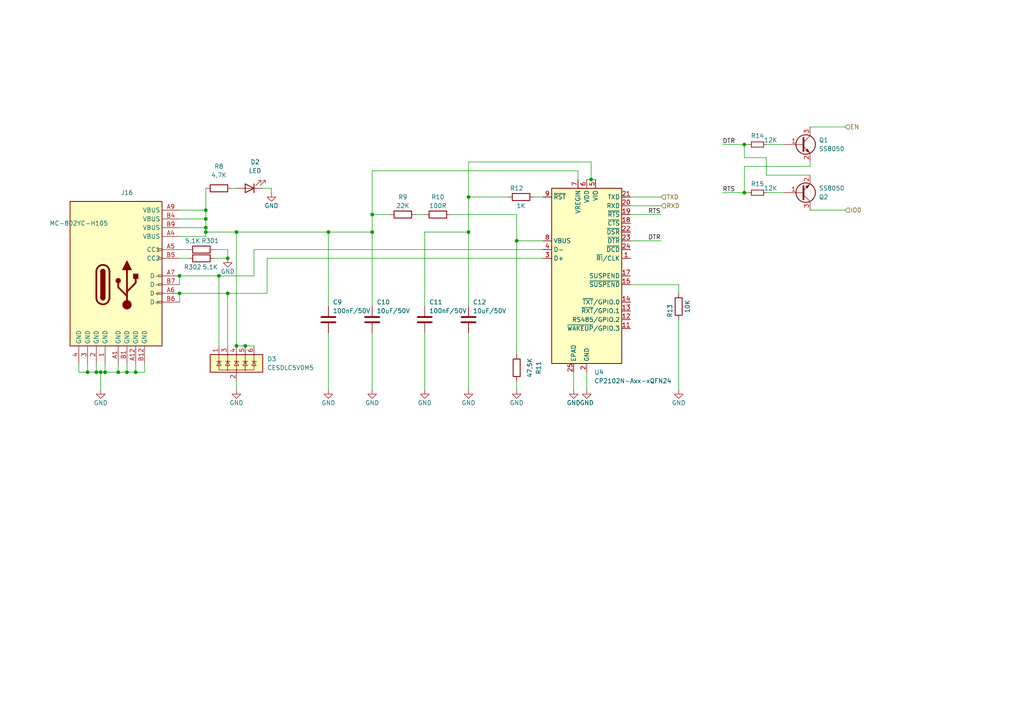
<source format=kicad_sch>
(kicad_sch (version 20231120) (generator "eeschema") (generator_version "8.0")
  (paper "A4")
  (title_block (date "2024-06-26") (rev "1.0.0") (company "Krzychoooo"))
  (lib_symbols
    (symbol "Device:C" (pin_numbers hide) (pin_names (offset 0.254))
      (property "Reference" "C" (at 0.635 2.54 0))
      (property "Value" "C" (at 0.635 -2.54 0))
      (symbol "C_0_1"
        (polyline (pts (xy -2.032 -0.762) (xy 2.032 -0.762)) (stroke (width 0.508)))
        (polyline (pts (xy -2.032 0.762) (xy 2.032 0.762)) (stroke (width 0.508)))
      )
      (symbol "C_1_1"
        (pin passive line (at 0 3.81 270) (length 2.794) (name "~") (number "1"))
        (pin passive line (at 0 -3.81 90) (length 2.794) (name "~") (number "2"))
      )
    )
    (symbol "Device:LED" (pin_numbers hide) (pin_names (offset 1.016) hide)
      (property "Reference" "D" (at 0 2.54 0))
      (property "Value" "LED" (at 0 -2.54 0))
      (symbol "LED_0_1"
        (polyline (pts (xy -1.27 -1.27) (xy -1.27 1.27)) (stroke (width 0.254)))
        (polyline (pts (xy -1.27 0) (xy 1.27 0)))
        (polyline (pts (xy 1.27 -1.27) (xy 1.27 1.27) (xy -1.27 0) (xy 1.27 -1.27)) (stroke (width 0.254)))
        (polyline (pts (xy -3.048 -0.762) (xy -4.572 -2.286) (xy -3.81 -2.286) (xy -4.572 -2.286) (xy -4.572 -1.524)))
        (polyline (pts (xy -1.778 -0.762) (xy -3.302 -2.286) (xy -2.54 -2.286) (xy -3.302 -2.286) (xy -3.302 -1.524)))
      )
      (symbol "LED_1_1"
        (pin passive line (at -3.81 0 0) (length 2.54) (name "K") (number "1"))
        (pin passive line (at 3.81 0 180) (length 2.54) (name "A") (number "2"))
      )
    )
    (symbol "Device:R" (pin_numbers hide) (pin_names (offset 0))
      (property "Reference" "R" (at 2.032 0 90))
      (property "Value" "R" (at 0 0 90))
      (symbol "R_0_1"
        (rectangle (start -1.016 -2.54) (end 1.016 2.54) (stroke (width 0.254)))
      )
      (symbol "R_1_1"
        (pin passive line (at 0 3.81 270) (length 1.27) (name "~") (number "1"))
        (pin passive line (at 0 -3.81 90) (length 1.27) (name "~") (number "2"))
      )
    )
    (symbol "Interface_USB:CP2102N-Axx-xQFN24"
      (property "Reference" "U4" (at 2.1941 -27.94 0))
      (property "Value" "CP2102N-Axx-xQFN24" (at 2.1941 -30.48 0))
      (symbol "CP2102N-Axx-xQFN24_0_1"
        (rectangle (start -10.16 25.4) (end 10.16 -25.4) (stroke (width 0.254)) (fill (type background)))
      )
      (symbol "CP2102N-Axx-xQFN24_1_1"
        (pin bidirectional line (at 12.7 5.08 180) (length 2.54) (name "~{RI}/CLK") (number "1"))
        (pin no_connect line (at -10.16 -22.86 0) (length 2.54) hide (name "NC") (number "10"))
        (pin bidirectional line (at 12.7 -15.24 180) (length 2.54) (name "~{WAKEUP}/GPIO.3") (number "11"))
        (pin bidirectional line (at 12.7 -12.7 180) (length 2.54) (name "RS485/GPIO.2") (number "12"))
        (pin bidirectional line (at 12.7 -10.16 180) (length 2.54) (name "~{RXT}/GPIO.1") (number "13"))
        (pin bidirectional line (at 12.7 -7.62 180) (length 2.54) (name "~{TXT}/GPIO.0") (number "14"))
        (pin output line (at 12.7 -2.54 180) (length 2.54) (name "~{SUSPEND}") (number "15"))
        (pin no_connect line (at 10.16 -22.86 180) (length 2.54) hide (name "NC") (number "16"))
        (pin output line (at 12.7 0 180) (length 2.54) (name "SUSPEND") (number "17"))
        (pin input line (at 12.7 15.24 180) (length 2.54) (name "~{CTS}") (number "18"))
        (pin output line (at 12.7 17.78 180) (length 2.54) (name "~{RTS}") (number "19"))
        (pin power_in line (at 0 -27.94 90) (length 2.54) (name "GND") (number "2"))
        (pin input line (at 12.7 20.32 180) (length 2.54) (name "RXD") (number "20"))
        (pin output line (at 12.7 22.86 180) (length 2.54) (name "TXD") (number "21"))
        (pin input line (at 12.7 12.7 180) (length 2.54) (name "~{DSR}") (number "22"))
        (pin output line (at 12.7 10.16 180) (length 2.54) (name "~{DTR}") (number "23"))
        (pin input line (at 12.7 7.62 180) (length 2.54) (name "~{DCD}") (number "24"))
        (pin power_in line (at -3.81 -27.94 90) (length 2.54) (name "EPAD") (number "25"))
        (pin passive line (at 0 -27.94 90) (length 2.54) hide (name "GND") (number "25"))
        (pin bidirectional line (at -12.7 5.08 0) (length 2.54) (name "D+") (number "3"))
        (pin bidirectional line (at -12.7 7.62 0) (length 2.54) (name "D-") (number "4"))
        (pin power_in line (at 2.54 27.94 270) (length 2.54) (name "VIO") (number "5"))
        (pin power_in line (at 0 27.94 270) (length 2.54) (name "VDD") (number "6"))
        (pin power_in line (at -2.54 27.94 270) (length 2.54) (name "VREGIN") (number "7"))
        (pin input line (at -12.7 10.16 0) (length 2.54) (name "VBUS") (number "8"))
        (pin input line (at -12.7 22.86 0) (length 2.54) (name "~{RST}") (number "9"))
      )
    )
    (symbol "Power_Protection:ESDA6V1-5SC6" (pin_names hide)
      (property "Reference" "D" (at -5.08 -3.81 0))
      (property "Value" "ESDA6V1-5SC6" (at 2.54 -3.81 0))
      (symbol "ESDA6V1-5SC6_0_0"
        (pin passive line (at 0 -5.08 90) (length 2.54) (name "GND") (number "2"))
      )
      (symbol "ESDA6V1-5SC6_0_1"
        (rectangle (start -7.62 2.54) (end 7.62 -2.54) (stroke (width 0.254)) (fill (type background)))
        (circle (center -2.54 -1.905) (radius 0.127))
        (circle (center 0 -1.905) (radius 0.127))
        (polyline (pts (xy -2.54 2.54) (xy -2.54 -1.905)))
        (polyline (pts (xy 0 2.54) (xy 0 -2.54)))
        (polyline (pts (xy 2.54 2.54) (xy 2.54 -1.905)))
        (polyline (pts (xy -5.715 0.635) (xy -4.445 0.635) (xy -4.445 0.381)))
        (polyline (pts (xy -3.175 0.635) (xy -1.905 0.635) (xy -1.905 0.381)))
        (polyline (pts (xy -0.635 0.635) (xy 0.635 0.635) (xy 0.635 0.381)))
        (polyline (pts (xy 1.905 0.635) (xy 3.175 0.635) (xy 3.175 0.381)))
        (polyline (pts (xy 4.445 0.635) (xy 5.715 0.635) (xy 5.715 0.381)))
        (polyline (pts (xy -5.715 -0.635) (xy -4.445 -0.635) (xy -5.08 0.635) (xy -5.715 -0.635)))
        (polyline (pts (xy -5.08 2.54) (xy -5.08 -1.905) (xy 5.08 -1.905) (xy 5.08 2.54)))
        (polyline (pts (xy -3.175 -0.635) (xy -1.905 -0.635) (xy -2.54 0.635) (xy -3.175 -0.635)))
        (polyline (pts (xy -0.635 -0.635) (xy 0.635 -0.635) (xy 0 0.635) (xy -0.635 -0.635)))
        (polyline (pts (xy 1.905 -0.635) (xy 3.175 -0.635) (xy 2.54 0.635) (xy 1.905 -0.635)))
        (polyline (pts (xy 4.445 -0.635) (xy 5.715 -0.635) (xy 5.08 0.635) (xy 4.445 -0.635)))
        (circle (center 2.54 -1.905) (radius 0.127))
      )
      (symbol "ESDA6V1-5SC6_1_1"
        (pin passive line (at -5.08 5.08 270) (length 2.54) (name "IO1") (number "1"))
        (pin passive line (at -2.54 5.08 270) (length 2.54) (name "IO2") (number "3"))
        (pin passive line (at 0 5.08 270) (length 2.54) (name "IO3") (number "4"))
        (pin passive line (at 2.54 5.08 270) (length 2.54) (name "IO4") (number "5"))
        (pin passive line (at 5.08 5.08 270) (length 2.54) (name "IO5") (number "6"))
      )
    )
    (symbol "Transistor_BJT:BC847" (pin_names (offset 0) hide)
      (property "Reference" "Q" (at 5.08 1.905 0))
      (property "Value" "BC847" (at 5.08 0 0))
      (symbol "BC847_0_1"
        (polyline (pts (xy 0.635 0.635) (xy 2.54 2.54)))
        (polyline (pts (xy 0.635 -0.635) (xy 2.54 -2.54) (xy 2.54 -2.54)))
        (polyline (pts (xy 0.635 1.905) (xy 0.635 -1.905) (xy 0.635 -1.905)) (stroke (width 0.508)))
        (polyline (pts (xy 1.27 -1.778) (xy 1.778 -1.27) (xy 2.286 -2.286) (xy 1.27 -1.778) (xy 1.27 -1.778)) (fill (type outline)))
        (circle (center 1.27 0) (radius 2.8194) (stroke (width 0.254)))
      )
      (symbol "BC847_1_1"
        (pin input line (at -5.08 0 0) (length 5.715) (name "B") (number "1"))
        (pin passive line (at 2.54 -5.08 90) (length 2.54) (name "E") (number "2"))
        (pin passive line (at 2.54 5.08 270) (length 2.54) (name "C") (number "3"))
      )
    )
    (symbol "USB:MC-802YC-H105"
      (property "Reference" "J" (at -6.35 27.94 0))
      (symbol "MC-802YC-H105_0_0"
        (rectangle (start 11.43 -2.286) (end 10.414 -2.794))
        (rectangle (start 11.43 0.254) (end 10.414 -0.254))
        (rectangle (start 11.43 2.794) (end 10.414 2.286))
        (rectangle (start 11.43 5.334) (end 10.414 4.826))
        (rectangle (start 11.43 10.414) (end 10.414 9.906))
        (rectangle (start 11.43 12.954) (end 10.414 12.446))
      )
      (symbol "MC-802YC-H105_0_1"
        (rectangle (start -15.24 26.67) (end 11.43 -15.24) (stroke (width 0.254)) (fill (type background)))
        (arc (start -7.62 -1.27) (mid -5.715 -3.1667) (end -3.81 -1.27) (stroke (width 0.508)))
        (arc (start -6.35 -1.27) (mid -5.715 -1.9023) (end -5.08 -1.27) (stroke (width 0.254)))
        (arc (start -6.35 -1.27) (mid -5.715 -1.9023) (end -5.08 -1.27) (stroke (width 0.254)) (fill (type outline)))
        (rectangle (start -6.35 -1.27) (end -5.08 6.35) (stroke (width 0.254)) (fill (type outline)))
        (arc (start -5.08 6.35) (mid -5.715 6.9823) (end -6.35 6.35) (stroke (width 0.254)))
        (arc (start -5.08 6.35) (mid -5.715 6.9823) (end -6.35 6.35) (stroke (width 0.254)) (fill (type outline)))
        (arc (start -3.81 6.35) (mid -5.715 8.2467) (end -7.62 6.35) (stroke (width 0.508)))
        (circle (center -1.27 3.683) (radius 0.635) (stroke (width 0.254)) (fill (type outline)))
        (polyline (pts (xy -7.62 -1.27) (xy -7.62 6.35)) (stroke (width 0.508)))
        (polyline (pts (xy -3.81 6.35) (xy -3.81 -1.27)) (stroke (width 0.508)))
        (polyline (pts (xy 1.27 -3.302) (xy 1.27 6.858)) (stroke (width 0.508)))
        (polyline (pts (xy 1.27 -0.762) (xy -1.27 1.778) (xy -1.27 3.048)) (stroke (width 0.508)))
        (polyline (pts (xy 1.27 0.508) (xy 3.81 3.048) (xy 3.81 4.318)) (stroke (width 0.508)))
        (polyline (pts (xy 0 6.858) (xy 1.27 9.398) (xy 2.54 6.858) (xy 0 6.858)) (stroke (width 0.254)) (fill (type outline)))
        (circle (center 1.27 -3.302) (radius 1.27) (fill (type outline)))
        (rectangle (start 3.175 4.318) (end 4.445 5.588) (stroke (width 0.254)) (fill (type outline)))
      )
      (symbol "MC-802YC-H105_1_1"
        (pin passive line (at -5.08 -20.32 90) (length 5.08) (name "GND") (number "1"))
        (pin passive line (at -7.62 -20.32 90) (length 5.08) (name "GND") (number "2"))
        (pin passive line (at -10.16 -20.32 90) (length 5.08) (name "GND") (number "3"))
        (pin passive line (at -12.7 -20.32 90) (length 5.08) (name "GND") (number "4"))
        (pin power_out line (at -1.27 -20.32 90) (length 5.08) (name "GND") (number "A1"))
        (pin power_out line (at 3.81 -20.32 90) (length 5.08) (name "GND") (number "A12"))
        (pin passive line (at 16.51 16.51 180) (length 5.08) (name "VBUS") (number "A4"))
        (pin bidirectional line (at 16.51 12.7 180) (length 5.08) (name "CC1") (number "A5"))
        (pin bidirectional line (at 16.51 0 180) (length 5.08) (name "D+") (number "A6"))
        (pin bidirectional line (at 16.51 5.08 180) (length 5.08) (name "D-") (number "A7"))
        (pin passive line (at 16.51 24.13 180) (length 5.08) (name "VBUS") (number "A9"))
        (pin power_out line (at 1.27 -20.32 90) (length 5.08) (name "GND") (number "B1"))
        (pin power_out line (at 6.35 -20.32 90) (length 5.08) (name "GND") (number "B12"))
        (pin passive line (at 16.51 21.59 180) (length 5.08) (name "VBUS") (number "B4"))
        (pin bidirectional line (at 16.51 10.16 180) (length 5.08) (name "CC2") (number "B5"))
        (pin bidirectional line (at 16.51 -2.54 180) (length 5.08) (name "D+") (number "B6"))
        (pin bidirectional line (at 16.51 2.54 180) (length 5.08) (name "D-") (number "B7"))
        (pin passive line (at 16.51 19.05 180) (length 5.08) (name "VBUS") (number "B9"))
      )
    )
    (symbol "felisiak01-rescue:R_Small-device" (pin_numbers hide) (pin_names (offset 0.254) hide)
      (property "Reference" "R" (at 0.762 0.508 0))
      (property "Value" "R_Small-device" (at 0.762 -1.016 0))
      (symbol "R_Small-device_0_1"
        (rectangle (start -0.762 1.778) (end 0.762 -1.778) (stroke (width 0.2032)))
      )
      (symbol "R_Small-device_1_1"
        (pin passive line (at 0 2.54 270) (length 0.762) (name "~") (number "1"))
        (pin passive line (at 0 -2.54 90) (length 0.762) (name "~") (number "2"))
      )
    )
    (symbol "power:GND" (power) (pin_names (offset 0))
      (property "Value" "GND" (at 0 -3.81 0))
      (symbol "GND_0_1"
        (polyline (pts (xy 0 0) (xy 0 -1.27) (xy 1.27 -1.27) (xy 0 -2.54) (xy -1.27 -1.27) (xy 0 -1.27)))
      )
      (symbol "GND_1_1"
        (pin power_in line (at 0 0 270) (length 0) hide (name "GND") (number "1"))
      )
    )
  )
  (junction (at 215.9 55.88))
  (junction (at 59.69 60.96))
  (junction (at 59.69 67.31))
  (junction (at 59.69 63.5))
  (junction (at 135.89 57.15))
  (junction (at 171.45 52.07))
  (junction (at 39.37 107.95))
  (junction (at 29.21 107.95))
  (junction (at 36.83 107.95))
  (junction (at 59.69 66.04))
  (junction (at 66.04 85.09))
  (junction (at 107.95 62.23))
  (junction (at 34.29 107.95))
  (junction (at 149.86 69.85))
  (junction (at 95.25 67.31))
  (junction (at 68.58 67.31))
  (junction (at 107.95 67.31))
  (junction (at 215.9 41.91))
  (junction (at 63.5 80.01))
  (junction (at 71.12 100.33))
  (junction (at 52.07 80.01))
  (junction (at 52.07 85.09))
  (junction (at 66.04 74.93))
  (junction (at 30.48 107.95))
  (junction (at 25.4 107.95))
  (junction (at 27.94 107.95))
  (junction (at 68.58 100.33))
  (junction (at 135.89 67.31))
  (wire (pts (xy 63.5 80.01) (xy 73.66 80.01)))
  (wire (pts (xy 66.04 85.09) (xy 77.47 85.09)))
  (wire (pts (xy 59.69 67.31) (xy 68.58 67.31)))
  (wire (pts (xy 222.25 55.88) (xy 227.33 55.88)))
  (wire (pts (xy 107.95 96.52) (xy 107.95 113.03)))
  (wire (pts (xy 68.58 100.33) (xy 68.58 67.31)))
  (wire (pts (xy 234.95 46.99) (xy 234.95 48.26)))
  (wire (pts (xy 149.86 69.85) (xy 157.48 69.85)))
  (wire (pts (xy 107.95 49.53) (xy 107.95 62.23)))
  (wire (pts (xy 62.23 72.39) (xy 66.04 72.39)))
  (wire (pts (xy 68.58 100.33) (xy 71.12 100.33)))
  (wire (pts (xy 59.69 67.31) (xy 59.69 66.04)))
  (wire (pts (xy 41.91 105.41) (xy 41.91 107.95)))
  (wire (pts (xy 215.9 45.72) (xy 215.9 41.91)))
  (wire (pts (xy 34.29 105.41) (xy 34.29 107.95)))
  (wire (pts (xy 167.64 52.07) (xy 167.64 49.53)))
  (wire (pts (xy 36.83 105.41) (xy 36.83 107.95)))
  (wire (pts (xy 71.12 100.33) (xy 73.66 100.33)))
  (wire (pts (xy 39.37 107.95) (xy 36.83 107.95)))
  (wire (pts (xy 215.9 48.26) (xy 215.9 55.88)))
  (wire (pts (xy 107.95 62.23) (xy 113.03 62.23)))
  (wire (pts (xy 25.4 105.41) (xy 25.4 107.95)))
  (wire (pts (xy 66.04 85.09) (xy 66.04 100.33)))
  (wire (pts (xy 30.48 105.41) (xy 30.48 107.95)))
  (wire (pts (xy 67.31 54.61) (xy 68.58 54.61)))
  (wire (pts (xy 234.95 60.96) (xy 245.11 60.96)))
  (wire (pts (xy 209.55 55.88) (xy 215.9 55.88)))
  (wire (pts (xy 123.19 67.31) (xy 135.89 67.31)))
  (wire (pts (xy 107.95 62.23) (xy 107.95 67.31)))
  (wire (pts (xy 95.25 88.9) (xy 95.25 67.31)))
  (wire (pts (xy 182.88 69.85) (xy 191.77 69.85)))
  (wire (pts (xy 182.88 57.15) (xy 191.77 57.15)))
  (wire (pts (xy 196.85 82.55) (xy 196.85 85.09)))
  (wire (pts (xy 76.2 54.61) (xy 78.74 54.61)))
  (wire (pts (xy 52.07 60.96) (xy 59.69 60.96)))
  (wire (pts (xy 52.07 85.09) (xy 66.04 85.09)))
  (wire (pts (xy 52.07 80.01) (xy 63.5 80.01)))
  (wire (pts (xy 222.25 50.8) (xy 222.25 45.72)))
  (wire (pts (xy 41.91 107.95) (xy 39.37 107.95)))
  (wire (pts (xy 52.07 85.09) (xy 52.07 87.63)))
  (wire (pts (xy 59.69 68.58) (xy 59.69 67.31)))
  (wire (pts (xy 29.21 107.95) (xy 30.48 107.95)))
  (wire (pts (xy 154.94 57.15) (xy 157.48 57.15)))
  (wire (pts (xy 222.25 45.72) (xy 215.9 45.72)))
  (wire (pts (xy 123.19 96.52) (xy 123.19 113.03)))
  (wire (pts (xy 78.74 54.61) (xy 78.74 55.88)))
  (wire (pts (xy 29.21 107.95) (xy 29.21 113.03)))
  (wire (pts (xy 25.4 107.95) (xy 27.94 107.95)))
  (wire (pts (xy 73.66 80.01) (xy 73.66 72.39)))
  (wire (pts (xy 149.86 110.49) (xy 149.86 113.03)))
  (wire (pts (xy 52.07 66.04) (xy 59.69 66.04)))
  (wire (pts (xy 171.45 46.99) (xy 171.45 52.07)))
  (wire (pts (xy 135.89 57.15) (xy 135.89 46.99)))
  (wire (pts (xy 182.88 59.69) (xy 191.77 59.69)))
  (wire (pts (xy 59.69 54.61) (xy 59.69 60.96)))
  (wire (pts (xy 68.58 110.49) (xy 68.58 113.03)))
  (wire (pts (xy 135.89 46.99) (xy 171.45 46.99)))
  (wire (pts (xy 52.07 80.01) (xy 52.07 82.55)))
  (wire (pts (xy 68.58 67.31) (xy 95.25 67.31)))
  (wire (pts (xy 30.48 107.95) (xy 34.29 107.95)))
  (wire (pts (xy 170.18 107.95) (xy 170.18 113.03)))
  (wire (pts (xy 149.86 62.23) (xy 149.86 69.85)))
  (wire (pts (xy 59.69 63.5) (xy 59.69 60.96)))
  (wire (pts (xy 209.55 41.91) (xy 215.9 41.91)))
  (wire (pts (xy 52.07 63.5) (xy 59.69 63.5)))
  (wire (pts (xy 157.48 74.93) (xy 77.47 74.93)))
  (wire (pts (xy 215.9 41.91) (xy 217.17 41.91)))
  (wire (pts (xy 27.94 107.95) (xy 29.21 107.95)))
  (wire (pts (xy 234.95 48.26) (xy 215.9 48.26)))
  (wire (pts (xy 62.23 74.93) (xy 66.04 74.93)))
  (wire (pts (xy 166.37 107.95) (xy 166.37 113.03)))
  (wire (pts (xy 52.07 74.93) (xy 54.61 74.93)))
  (wire (pts (xy 95.25 96.52) (xy 95.25 113.03)))
  (wire (pts (xy 107.95 88.9) (xy 107.95 67.31)))
  (wire (pts (xy 52.07 68.58) (xy 59.69 68.58)))
  (wire (pts (xy 22.86 105.41) (xy 22.86 107.95)))
  (wire (pts (xy 182.88 82.55) (xy 196.85 82.55)))
  (wire (pts (xy 123.19 88.9) (xy 123.19 67.31)))
  (wire (pts (xy 22.86 107.95) (xy 25.4 107.95)))
  (wire (pts (xy 171.45 52.07) (xy 172.72 52.07)))
  (wire (pts (xy 66.04 72.39) (xy 66.04 74.93)))
  (wire (pts (xy 234.95 36.83) (xy 245.11 36.83)))
  (wire (pts (xy 234.95 50.8) (xy 222.25 50.8)))
  (wire (pts (xy 182.88 62.23) (xy 191.77 62.23)))
  (wire (pts (xy 215.9 55.88) (xy 217.17 55.88)))
  (wire (pts (xy 135.89 96.52) (xy 135.89 113.03)))
  (wire (pts (xy 149.86 102.87) (xy 149.86 69.85)))
  (wire (pts (xy 196.85 92.71) (xy 196.85 113.03)))
  (wire (pts (xy 135.89 67.31) (xy 135.89 88.9)))
  (wire (pts (xy 52.07 72.39) (xy 54.61 72.39)))
  (wire (pts (xy 222.25 41.91) (xy 227.33 41.91)))
  (wire (pts (xy 170.18 52.07) (xy 171.45 52.07)))
  (wire (pts (xy 135.89 67.31) (xy 135.89 57.15)))
  (wire (pts (xy 130.81 62.23) (xy 149.86 62.23)))
  (wire (pts (xy 95.25 67.31) (xy 107.95 67.31)))
  (wire (pts (xy 39.37 105.41) (xy 39.37 107.95)))
  (wire (pts (xy 167.64 49.53) (xy 107.95 49.53)))
  (wire (pts (xy 135.89 57.15) (xy 147.32 57.15)))
  (wire (pts (xy 77.47 74.93) (xy 77.47 85.09)))
  (wire (pts (xy 59.69 66.04) (xy 59.69 63.5)))
  (wire (pts (xy 120.65 62.23) (xy 123.19 62.23)))
  (wire (pts (xy 63.5 80.01) (xy 63.5 100.33)))
  (wire (pts (xy 73.66 72.39) (xy 157.48 72.39)))
  (wire (pts (xy 27.94 105.41) (xy 27.94 107.95)))
  (wire (pts (xy 36.83 107.95) (xy 34.29 107.95)))
  (label "RTS" (at 187.96 62.23 0))
  (label "DTR" (at 209.55 41.91 0))
  (label "RTS" (at 209.55 55.88 0))
  (label "DTR" (at 187.96 69.85 0))
  (hierarchical_label "TXD" (shape input) (at 191.77 57.15 0))
  (hierarchical_label "IO0" (shape input) (at 245.11 60.96 0))
  (hierarchical_label "EN" (shape input) (at 245.11 36.83 0))
  (hierarchical_label "RXD" (shape input) (at 191.77 59.69 0))
  (symbol (lib_id "Device:R") (at 151.13 57.15 90) (unit 1)
    (property "Reference" "R12" (at 149.86 54.61 90))
    (property "Value" "1K" (at 151.13 59.69 90))
    (property "Footprint" "Resistor_SMD:R_0603_1608Metric" (effects (hide yes)))
    (property "LCSC part#" "C21190" (effects (hide yes)))
  )
  (symbol (lib_id "Device:C") (at 107.95 92.71 0) (unit 1)
    (property "Reference" "C10" (at 109.22 87.6299 0) (effects (justify left)))
    (property "Value" "10uF/50V" (at 109.22 90.1699 0) (effects (justify left)))
    (property "Footprint" "Capacitor_SMD:C_0805_2012Metric" (effects (hide yes)))
    (property "LCSC part#" "C440198" (effects (hide yes)))
  )
  (symbol (lib_id "Device:R") (at 58.42 74.93 270) (unit 1)
    (property "Reference" "R302" (at 55.88 77.47 90))
    (property "Value" "5,1K" (at 60.96 77.47 90))
    (property "Footprint" "Resistor_SMD:R_0603_1608Metric" (effects (hide yes)))
    (property "LCSC part#" "C23186" (effects (hide yes)))
  )
  (symbol (lib_id "power:GND") (at 107.95 113.03 0) (unit 1)
    (property "Reference" "#PWR066" (effects (hide yes)))
    (property "Value" "GND" (at 107.95 116.84 0))
  )
  (symbol (lib_id "Interface_USB:CP2102N-Axx-xQFN24") (at 170.18 80.01 0) (unit 1)
    (property "Reference" "U4" (at 172.3741 107.95 0) (effects (justify left)))
    (property "Value" "CP2102N-Axx-xQFN24" (at 172.3741 110.49 0) (effects (justify left)))
    (property "Footprint" "Package_DFN_QFN:QFN-24-1EP_4x4mm_P0.5mm_EP2.6x2.6mm" (effects (hide yes)))
    (property "Datasheet" "https://www.silabs.com/documents/public/data-sheets/cp2102n-datasheet.pdf" (effects (hide yes)))
    (property "LCSC part#" "C969151" (effects (hide yes)))
  )
  (symbol (lib_id "Transistor_BJT:BC847") (at 232.41 41.91 0) (unit 1)
    (property "Reference" "Q1" (at 237.49 40.64 0) (effects (justify left)))
    (property "Value" "SS8050" (at 237.49 43.18 0) (effects (justify left)))
    (property "Footprint" "Package_TO_SOT_SMD:SOT-23" (effects (hide yes)))
    (property "Datasheet" "http://www.infineon.com/dgdl/Infineon-BC847SERIES_BC848SERIES_BC849SERIES_BC850SERIES-DS-v01_01-en.pdf?fileId=db3a304314dca389011541d4630a1657" (effects (hide yes)))
    (property "LCSC part#" "C2150" (effects (hide yes)))
  )
  (symbol (lib_id "felisiak01-rescue:R_Small-device") (at 219.71 41.91 90) (unit 1)
    (property "Reference" "R14" (at 219.71 39.37 90))
    (property "Value" "12K" (at 223.52 40.64 90))
    (property "Footprint" "Resistor_SMD:R_0603_1608Metric" (effects (hide yes)))
    (property "LCSC part#" "C22790" (effects (hide yes)))
  )
  (symbol (lib_id "Power_Protection:ESDA6V1-5SC6") (at 68.58 105.41 0) (unit 1)
    (property "Reference" "D3" (at 77.47 104.14 0) (effects (justify left)))
    (property "Value" "CESDLC5V0M5" (at 77.47 106.68 0) (effects (justify left)))
    (property "Footprint" "Package_TO_SOT_SMD:SOT-563" (effects (hide yes)))
    (property "Datasheet" "www.st.com/resource/en/datasheet/esda6v1-5sc6.pdf" (effects (hide yes)))
    (property "LCSC part#" "C119071" (effects (hide yes)))
  )
  (symbol (lib_id "Transistor_BJT:BC847") (at 232.41 55.88 0) (mirror x) (unit 1)
    (property "Reference" "Q2" (at 237.49 57.15 0) (effects (justify left)))
    (property "Value" "SS8050" (at 237.49 54.61 0) (effects (justify left)))
    (property "Footprint" "Package_TO_SOT_SMD:SOT-23" (effects (hide yes)))
    (property "Datasheet" "http://www.infineon.com/dgdl/Infineon-BC847SERIES_BC848SERIES_BC849SERIES_BC850SERIES-DS-v01_01-en.pdf?fileId=db3a304314dca389011541d4630a1657" (effects (hide yes)))
    (property "LCSC part#" "C2150" (effects (hide yes)))
  )
  (symbol (lib_id "power:GND") (at 170.18 113.03 0) (unit 1)
    (property "Reference" "#PWR071" (effects (hide yes)))
    (property "Value" "GND" (at 170.18 116.84 0))
  )
  (symbol (lib_id "Device:C") (at 135.89 92.71 0) (unit 1)
    (property "Reference" "C12" (at 137.16 87.6299 0) (effects (justify left)))
    (property "Value" "10uF/50V" (at 137.16 90.1699 0) (effects (justify left)))
    (property "Footprint" "Capacitor_SMD:C_0805_2012Metric" (effects (hide yes)))
    (property "LCSC part#" "C440198" (effects (hide yes)))
  )
  (symbol (lib_id "Device:C") (at 95.25 92.71 0) (unit 1)
    (property "Reference" "C9" (at 96.52 87.63 0) (effects (justify left)))
    (property "Value" "100nF/50V" (at 96.52 90.17 0) (effects (justify left)))
    (property "Footprint" "Capacitor_SMD:C_0603_1608Metric" (effects (hide yes)))
    (property "LCSC part#" "C14663" (effects (hide yes)))
  )
  (symbol (lib_id "felisiak01-rescue:R_Small-device") (at 219.71 55.88 90) (unit 1)
    (property "Reference" "R15" (at 219.71 53.34 90))
    (property "Value" "12K" (at 223.52 54.61 90))
    (property "Footprint" "Resistor_SMD:R_0603_1608Metric" (effects (hide yes)))
    (property "LCSC part#" "C22790" (effects (hide yes)))
  )
  (symbol (lib_id "USB:MC-802YC-H105") (at 35.56 85.09 0) (unit 1)
    (property "Reference" "J16" (at 36.83 55.88 0))
    (property "Value" "MC-802YC-H105" (at 22.86 64.77 0))
    (property "Footprint" "uSB:MC-802YC-H105" (effects (hide yes)))
    (property "LCSC part#" "C3039301" (effects (hide yes)))
  )
  (symbol (lib_id "power:GND") (at 123.19 113.03 0) (unit 1)
    (property "Reference" "#PWR067" (effects (hide yes)))
    (property "Value" "GND" (at 123.19 116.84 0))
  )
  (symbol (lib_id "power:GND") (at 95.25 113.03 0) (unit 1)
    (property "Reference" "#PWR065" (effects (hide yes)))
    (property "Value" "GND" (at 95.25 116.84 0))
  )
  (symbol (lib_id "power:GND") (at 149.86 113.03 0) (unit 1)
    (property "Reference" "#PWR069" (effects (hide yes)))
    (property "Value" "GND" (at 149.86 116.84 0))
  )
  (symbol (lib_id "Device:R") (at 58.42 72.39 90) (unit 1)
    (property "Reference" "R301" (at 60.96 69.85 90))
    (property "Value" "5,1K" (at 55.88 69.85 90))
    (property "Footprint" "Resistor_SMD:R_0603_1608Metric" (effects (hide yes)))
    (property "LCSC part#" "C23186" (effects (hide yes)))
  )
  (symbol (lib_id "power:GND") (at 29.21 113.03 0) (unit 1)
    (property "Reference" "#PWR061" (effects (hide yes)))
    (property "Value" "GND" (at 29.21 116.84 0))
  )
  (symbol (lib_id "power:GND") (at 196.85 113.03 0) (unit 1)
    (property "Reference" "#PWR072" (effects (hide yes)))
    (property "Value" "GND" (at 196.85 116.84 0))
  )
  (symbol (lib_id "Device:LED") (at 72.39 54.61 180) (unit 1)
    (property "Reference" "D2" (at 73.9775 46.99 0))
    (property "Value" "LED" (at 73.9775 49.53 0))
    (property "Footprint" "LED_SMD:LED_0805_2012Metric" (effects (hide yes)))
    (property "LCSC part#" "C84256" (effects (hide yes)))
  )
  (symbol (lib_id "Device:R") (at 196.85 88.9 180) (unit 1)
    (property "Reference" "R13" (at 194.31 90.17 90))
    (property "Value" "10K" (at 199.39 88.9 90))
    (property "Footprint" "Resistor_SMD:R_0603_1608Metric" (effects (hide yes)))
    (property "LCSC part#" "-C25804" (effects (hide yes)))
  )
  (symbol (lib_id "Device:R") (at 116.84 62.23 90) (unit 1)
    (property "Reference" "R9" (at 116.84 57.15 90))
    (property "Value" "22K" (at 116.84 59.69 90))
    (property "Footprint" "Resistor_SMD:R_0603_1608Metric" (effects (hide yes)))
    (property "LCSC part#" "C31850" (effects (hide yes)))
  )
  (symbol (lib_id "Device:R") (at 149.86 106.68 0) (unit 1)
    (property "Reference" "R11" (at 156.21 106.68 90))
    (property "Value" "47,5K" (at 153.67 106.68 90))
    (property "Footprint" "Resistor_SMD:R_0603_1608Metric" (effects (hide yes)))
    (property "LCSC part#" "C103667" (effects (hide yes)))
  )
  (symbol (lib_id "Device:C") (at 123.19 92.71 0) (unit 1)
    (property "Reference" "C11" (at 124.46 87.63 0) (effects (justify left)))
    (property "Value" "100nF/50V" (at 124.46 90.17 0) (effects (justify left)))
    (property "Footprint" "Capacitor_SMD:C_0603_1608Metric" (effects (hide yes)))
    (property "LCSC part#" "C14663" (effects (hide yes)))
  )
  (symbol (lib_id "power:GND") (at 166.37 113.03 0) (unit 1)
    (property "Reference" "#PWR070" (effects (hide yes)))
    (property "Value" "GND" (at 166.37 116.84 0))
  )
  (symbol (lib_id "power:GND") (at 66.04 74.93 0) (unit 1)
    (property "Reference" "#PWR0301" (effects (hide yes)))
    (property "Value" "GND" (at 66.04 78.74 0))
  )
  (symbol (lib_id "Device:R") (at 63.5 54.61 90) (unit 1)
    (property "Reference" "R8" (at 63.5 48.26 90))
    (property "Value" "4,7K" (at 63.5 50.8 90))
    (property "Footprint" "Resistor_SMD:R_0603_1608Metric" (effects (hide yes)))
    (property "LCSC part#" "C23162" (effects (hide yes)))
  )
  (symbol (lib_id "power:GND") (at 78.74 55.88 0) (unit 1)
    (property "Reference" "#PWR063" (effects (hide yes)))
    (property "Value" "GND" (at 78.74 59.69 0))
  )
  (symbol (lib_id "Device:R") (at 127 62.23 90) (unit 1)
    (property "Reference" "R10" (at 127 57.15 90))
    (property "Value" "100R" (at 127 59.69 90))
    (property "Footprint" "Resistor_SMD:R_0603_1608Metric" (effects (hide yes)))
    (property "LCSC part#" "C22775" (effects (hide yes)))
  )
  (symbol (lib_id "power:GND") (at 68.58 113.03 0) (unit 1)
    (property "Reference" "#PWR064" (effects (hide yes)))
    (property "Value" "GND" (at 68.58 116.84 0))
  )
  (symbol (lib_id "power:GND") (at 135.89 113.03 0) (unit 1)
    (property "Reference" "#PWR068" (effects (hide yes)))
    (property "Value" "GND" (at 135.89 116.84 0))
  )
)
</source>
